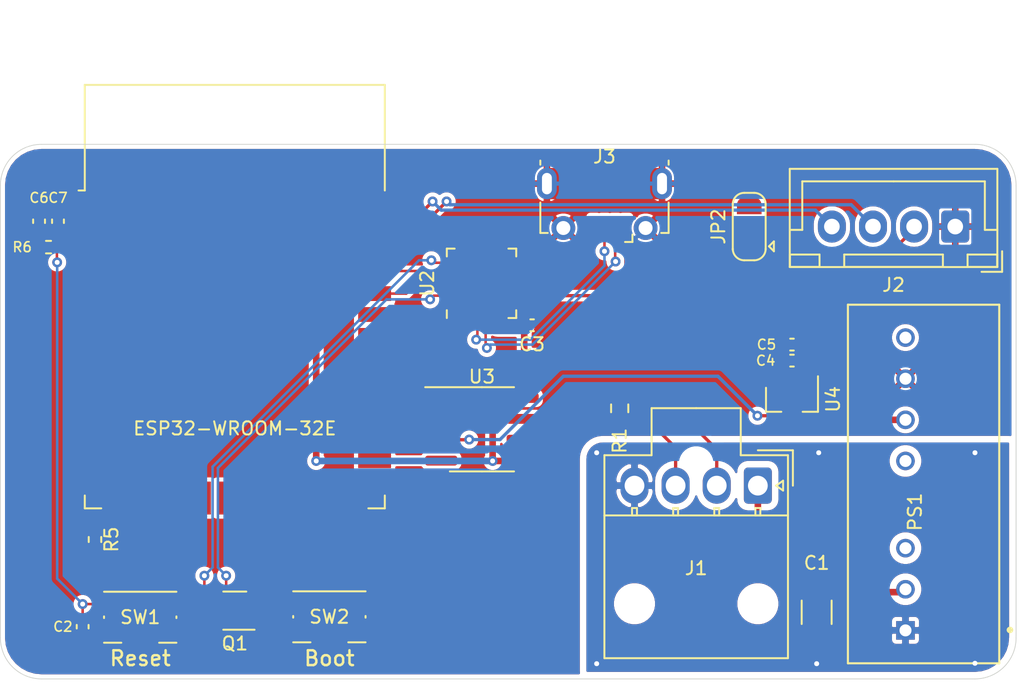
<source format=kicad_pcb>
(kicad_pcb (version 20171130) (host pcbnew "(5.1.9)-1")
  (title_block (rev 1))
  (layers (0 Front signal) (1 In1.Cu signal) (2 In2.Cu signal) (31 Back signal) (34 B.Paste user) (35 F.Paste user) (36 B.SilkS user) (37 F.SilkS user) (38 B.Mask user) (39 F.Mask user) (44 Edge.Cuts user))
  (net 0 "")
  (net 1 +48V)
  (net 2 GND)
  (net 3 +5V)
  (net 4 +3V3)
  (net 5 /CAN-)
  (net 6 /CAN+)
  (net 7 /~RST)
  (net 8 "Net-(J2-Pad2)")
  (net 9 /SDA_RX)
  (net 10 /SCL_TX)
  (net 11 /UART_TX)
  (net 12 /UART_RX)
  (net 13 /~GPIO12)
  (net 14 /~BOOT)
  (net 15 /CAN_TX)
  (net 16 /CAN_RX)
  (net 17 /DTR)
  (net 18 GNDPWR)
  (net 19 /USB_D+)
  (net 20 /VBUS)
  (net 21 /USB_D-)
  (net 22 /RTS)
  (module Capacitor_SMD:C_0402_1005Metric (layer Front) (at 116.75 72.175 270)
    (fp_text reference C7 (at -1.425 0 180) (layer F.SilkS) (effects (font (size 0.6 0.6) (thickness 0.1))))
    (fp_text value 1uF)
    (fp_line (start -0.107836 0.36) (end 0.107836 0.36) (layer F.SilkS) (width 0.12))
    (fp_line (start -0.107836 -0.36) (end 0.107836 -0.36) (layer F.SilkS) (width 0.12))
    (pad 2 smd roundrect (at 0.48 0 270) (size 0.56 0.62) (layers Front F.Paste F.Mask) (net 4 +3V3))
    (pad 1 smd roundrect (at -0.48 0 270) (size 0.56 0.62) (layers Front F.Paste F.Mask) (net 2 GND))
  )
  (module Capacitor_SMD:C_0402_1005Metric (layer Front) (at 115.6 72.175 270)
    (fp_text reference C6 (at -1.425 0 180) (layer F.SilkS) (effects (font (size 0.6 0.6) (thickness 0.1))))
    (fp_text value 10uF)
    (fp_line (start -0.107836 0.36) (end 0.107836 0.36) (layer F.SilkS) (width 0.12))
    (fp_line (start -0.107836 -0.36) (end 0.107836 -0.36) (layer F.SilkS) (width 0.12))
    (pad 2 smd roundrect (at 0.48 0 270) (size 0.56 0.62) (layers Front F.Paste F.Mask) (net 4 +3V3))
    (pad 1 smd roundrect (at -0.48 0 270) (size 0.56 0.62) (layers Front F.Paste F.Mask) (net 2 GND))
  )
  (module Resistor_SMD:R_0603_1608Metric (layer Front) (at 150.9 83.55 90)
    (fp_text reference R1 (at -1.975 0 90) (layer F.SilkS) (effects (font (size 0.8 0.8) (thickness 0.12))))
    (fp_text value 120R)
    (fp_line (start -0.237258 0.5225) (end 0.237258 0.5225) (layer F.SilkS) (width 0.12))
    (fp_line (start -0.237258 -0.5225) (end 0.237258 -0.5225) (layer F.SilkS) (width 0.12))
    (pad 2 smd roundrect (at 0.825 0 90) (size 0.8 0.95) (layers Front F.Paste F.Mask) (net 6 /CAN+))
    (pad 1 smd roundrect (at -0.825 0 90) (size 0.8 0.95) (layers Front F.Paste F.Mask) (net 5 /CAN-))
  )
  (module Capacitor_SMD:C_1206_3216Metric (layer Front) (at 162.875 95.95 90)
    (fp_text reference C1 (at 3 0 180) (layer F.SilkS) (effects (font (size 0.8 0.8) (thickness 0.12))))
    (fp_text value 1uF)
    (fp_line (start -0.711252 0.91) (end 0.711252 0.91) (layer F.SilkS) (width 0.12))
    (fp_line (start -0.711252 -0.91) (end 0.711252 -0.91) (layer F.SilkS) (width 0.12))
    (pad 2 smd roundrect (at 1.475 0 90) (size 1.15 1.8) (layers Front F.Paste F.Mask) (roundrect_rratio 0.217391) (net 1 +48V))
    (pad 1 smd roundrect (at -1.475 0 90) (size 1.15 1.8) (layers Front F.Paste F.Mask) (roundrect_rratio 0.217391) (net 18 GNDPWR))
  )
  (module Connector_JST:JST_XH_B4B-XH-A_1x04_P2.50mm_Vertical (layer Front) (at 171.3 72.5 180)
    (fp_text reference J2 (at 3.75 -3.55) (layer F.SilkS) (effects (font (size 0.8 0.8) (thickness 0.12))))
    (fp_text value Display)
    (fp_line (start -2.85 -2.75) (end -2.85 -1.5) (layer F.SilkS) (width 0.12))
    (fp_line (start -1.6 -2.75) (end -2.85 -2.75) (layer F.SilkS) (width 0.12))
    (fp_line (start 9.3 2.75) (end 3.75 2.75) (layer F.SilkS) (width 0.12))
    (fp_line (start 9.3 -0.2) (end 9.3 2.75) (layer F.SilkS) (width 0.12))
    (fp_line (start 10.05 -0.2) (end 9.3 -0.2) (layer F.SilkS) (width 0.12))
    (fp_line (start -1.8 2.75) (end 3.75 2.75) (layer F.SilkS) (width 0.12))
    (fp_line (start -1.8 -0.2) (end -1.8 2.75) (layer F.SilkS) (width 0.12))
    (fp_line (start -2.55 -0.2) (end -1.8 -0.2) (layer F.SilkS) (width 0.12))
    (fp_line (start 10.05 -2.45) (end 8.25 -2.45) (layer F.SilkS) (width 0.12))
    (fp_line (start 10.05 -1.7) (end 10.05 -2.45) (layer F.SilkS) (width 0.12))
    (fp_line (start 8.25 -1.7) (end 10.05 -1.7) (layer F.SilkS) (width 0.12))
    (fp_line (start 8.25 -2.45) (end 8.25 -1.7) (layer F.SilkS) (width 0.12))
    (fp_line (start -0.75 -2.45) (end -2.55 -2.45) (layer F.SilkS) (width 0.12))
    (fp_line (start -0.75 -1.7) (end -0.75 -2.45) (layer F.SilkS) (width 0.12))
    (fp_line (start -2.55 -1.7) (end -0.75 -1.7) (layer F.SilkS) (width 0.12))
    (fp_line (start -2.55 -2.45) (end -2.55 -1.7) (layer F.SilkS) (width 0.12))
    (fp_line (start 6.75 -2.45) (end 0.75 -2.45) (layer F.SilkS) (width 0.12))
    (fp_line (start 6.75 -1.7) (end 6.75 -2.45) (layer F.SilkS) (width 0.12))
    (fp_line (start 0.75 -1.7) (end 6.75 -1.7) (layer F.SilkS) (width 0.12))
    (fp_line (start 0.75 -2.45) (end 0.75 -1.7) (layer F.SilkS) (width 0.12))
    (fp_line (start 10.06 -2.46) (end -2.56 -2.46) (layer F.SilkS) (width 0.12))
    (fp_line (start 10.06 3.51) (end 10.06 -2.46) (layer F.SilkS) (width 0.12))
    (fp_line (start -2.56 3.51) (end 10.06 3.51) (layer F.SilkS) (width 0.12))
    (fp_line (start -2.56 -2.46) (end -2.56 3.51) (layer F.SilkS) (width 0.12))
    (pad 4 thru_hole oval (at 7.5 0 180) (size 1.7 1.95) (drill 0.95) (layers *.Cu *.Mask) (net 9 /SDA_RX))
    (pad 3 thru_hole oval (at 5 0 180) (size 1.7 1.95) (drill 0.95) (layers *.Cu *.Mask) (net 10 /SCL_TX))
    (pad 2 thru_hole oval (at 2.5 0 180) (size 1.7 1.95) (drill 0.95) (layers *.Cu *.Mask) (net 8 "Net-(J2-Pad2)"))
    (pad 1 thru_hole roundrect (at 0 0 180) (size 1.7 1.95) (drill 0.95) (layers *.Cu *.Mask) (roundrect_rratio 0.147059) (net 2 GND))
  )
  (module Capacitor_SMD:C_0402_1005Metric (layer Front) (at 161.375 79.675 180)
    (fp_text reference C5 (at 1.55 0) (layer F.SilkS) (effects (font (size 0.6 0.6) (thickness 0.1))))
    (fp_text value 1uF)
    (fp_line (start -0.107836 0.36) (end 0.107836 0.36) (layer F.SilkS) (width 0.12))
    (fp_line (start -0.107836 -0.36) (end 0.107836 -0.36) (layer F.SilkS) (width 0.12))
    (pad 2 smd roundrect (at 0.48 0 180) (size 0.56 0.62) (layers Front F.Paste F.Mask) (net 4 +3V3))
    (pad 1 smd roundrect (at -0.48 0 180) (size 0.56 0.62) (layers Front F.Paste F.Mask) (net 2 GND))
  )
  (module Capacitor_SMD:C_0402_1005Metric (layer Front) (at 161.375 80.65 180)
    (fp_text reference C4 (at 1.6 0) (layer F.SilkS) (effects (font (size 0.6 0.6) (thickness 0.1))))
    (fp_text value 10uF)
    (fp_line (start -0.107836 0.36) (end 0.107836 0.36) (layer F.SilkS) (width 0.12))
    (fp_line (start -0.107836 -0.36) (end 0.107836 -0.36) (layer F.SilkS) (width 0.12))
    (pad 2 smd roundrect (at 0.48 0 180) (size 0.56 0.62) (layers Front F.Paste F.Mask) (net 4 +3V3))
    (pad 1 smd roundrect (at -0.48 0 180) (size 0.56 0.62) (layers Front F.Paste F.Mask) (net 2 GND))
  )
  (module Capacitor_SMD:C_0402_1005Metric (layer Front) (at 145.575 78.5 180)
    (fp_text reference C3 (at 0 -1.16) (layer F.SilkS) (effects (font (size 0.8 0.8) (thickness 0.12))))
    (fp_text value 10uF)
    (fp_line (start -0.107836 0.36) (end 0.107836 0.36) (layer F.SilkS) (width 0.12))
    (fp_line (start -0.107836 -0.36) (end 0.107836 -0.36) (layer F.SilkS) (width 0.12))
    (pad 2 smd roundrect (at 0.48 0 180) (size 0.56 0.62) (layers Front F.Paste F.Mask) (net 4 +3V3))
    (pad 1 smd roundrect (at -0.48 0 180) (size 0.56 0.62) (layers Front F.Paste F.Mask) (net 2 GND))
  )
  (module Connector_USB:USB_Micro-B_Molex-105017-0001 (layer Front) (at 149.975 71.125 180)
    (fp_text reference J3 (at 0 2.875) (layer F.SilkS) (effects (font (size 0.8 0.8) (thickness 0.12))))
    (fp_text value USB_B_Micro)
    (fp_line (start -1.7 -2.3125) (end -1.7 -1.8625) (layer F.SilkS) (width 0.12))
    (fp_line (start -1.7 -2.3125) (end -1.25 -2.3125) (layer F.SilkS) (width 0.12))
    (fp_line (start 3.9 -1.7625) (end 3.45 -1.7625) (layer F.SilkS) (width 0.12))
    (fp_line (start 3.9 0.0875) (end 3.9 -1.7625) (layer F.SilkS) (width 0.12))
    (fp_line (start -3.9 2.6375) (end -3.9 2.3875) (layer F.SilkS) (width 0.12))
    (fp_line (start 3.9 2.6375) (end 3.9 2.3875) (layer F.SilkS) (width 0.12))
    (fp_line (start -3.9 0.0875) (end -3.9 -1.7625) (layer F.SilkS) (width 0.12))
    (fp_line (start -3.9 -1.7625) (end -3.45 -1.7625) (layer F.SilkS) (width 0.12))
    (pad 6 smd rect (at -2.9 1.2375 180) (size 1.2 1.9) (layers Front F.Mask) (net 2 GND))
    (pad 6 smd rect (at 2.9 1.2375 180) (size 1.2 1.9) (layers Front F.Mask) (net 2 GND))
    (pad 6 thru_hole oval (at 3.5 1.2375 180) (size 1.2 1.9) (drill oval 0.6 1.3) (layers *.Cu *.Mask) (net 2 GND))
    (pad 6 thru_hole oval (at -3.5 1.2375) (size 1.2 1.9) (drill oval 0.6 1.3) (layers *.Cu *.Mask) (net 2 GND))
    (pad 6 smd rect (at -1 1.2375 180) (size 1.5 1.9) (layers Front F.Paste F.Mask) (net 2 GND))
    (pad 6 thru_hole circle (at 2.5 -1.4625 180) (size 1.45 1.45) (drill 0.85) (layers *.Cu *.Mask) (net 2 GND))
    (pad 3 smd rect (at 0 -1.4625 180) (size 0.4 1.35) (layers Front F.Paste F.Mask) (net 19 /USB_D+))
    (pad 4 smd rect (at 0.65 -1.4625 180) (size 0.4 1.35) (layers Front F.Paste F.Mask))
    (pad 5 smd rect (at 1.3 -1.4625 180) (size 0.4 1.35) (layers Front F.Paste F.Mask) (net 2 GND))
    (pad 1 smd rect (at -1.3 -1.4625 180) (size 0.4 1.35) (layers Front F.Paste F.Mask) (net 20 /VBUS))
    (pad 2 smd rect (at -0.65 -1.4625 180) (size 0.4 1.35) (layers Front F.Paste F.Mask) (net 21 /USB_D-))
    (pad 6 thru_hole circle (at -2.5 -1.4625 180) (size 1.45 1.45) (drill 0.85) (layers *.Cu *.Mask) (net 2 GND))
    (pad 6 smd rect (at 1 1.2375 180) (size 1.5 1.9) (layers Front F.Paste F.Mask) (net 2 GND))
  )
  (module Package_DFN_QFN:QFN-24-1EP_4x4mm_P0.5mm_EP2.6x2.6mm (layer Front) (at 142.5 75.95 90)
    (fp_text reference U2 (at 0 -3.3 90) (layer F.SilkS) (effects (font (size 0.8 0.8) (thickness 0.12))))
    (fp_text value CP2104-F03-GMR)
    (fp_line (start -1.635 -2.11) (end -2.11 -2.11) (layer F.SilkS) (width 0.12))
    (fp_line (start 2.11 2.11) (end 2.11 1.635) (layer F.SilkS) (width 0.12))
    (fp_line (start 1.635 2.11) (end 2.11 2.11) (layer F.SilkS) (width 0.12))
    (fp_line (start -2.11 2.11) (end -2.11 1.635) (layer F.SilkS) (width 0.12))
    (fp_line (start -1.635 2.11) (end -2.11 2.11) (layer F.SilkS) (width 0.12))
    (fp_line (start 2.11 -2.11) (end 2.11 -1.635) (layer F.SilkS) (width 0.12))
    (fp_line (start 1.635 -2.11) (end 2.11 -2.11) (layer F.SilkS) (width 0.12))
    (pad 25 smd rect (at 0 0 90) (size 2.6 2.6) (layers Front F.Mask) (net 2 GND))
    (pad 24 smd roundrect (at -1.25 -1.9375 90) (size 0.25 0.825) (layers Front F.Paste F.Mask))
    (pad 23 smd roundrect (at -0.75 -1.9375 90) (size 0.25 0.825) (layers Front F.Paste F.Mask) (net 17 /DTR))
    (pad 22 smd roundrect (at -0.25 -1.9375 90) (size 0.25 0.825) (layers Front F.Paste F.Mask))
    (pad 21 smd roundrect (at 0.25 -1.9375 90) (size 0.25 0.825) (layers Front F.Paste F.Mask) (net 12 /UART_RX))
    (pad 20 smd roundrect (at 0.75 -1.9375 90) (size 0.25 0.825) (layers Front F.Paste F.Mask) (net 11 /UART_TX))
    (pad 19 smd roundrect (at 1.25 -1.9375 90) (size 0.25 0.825) (layers Front F.Paste F.Mask) (net 22 /RTS))
    (pad 18 smd roundrect (at 1.9375 -1.25 90) (size 0.825 0.25) (layers Front F.Paste F.Mask))
    (pad 17 smd roundrect (at 1.9375 -0.75 90) (size 0.825 0.25) (layers Front F.Paste F.Mask))
    (pad 16 smd roundrect (at 1.9375 -0.25 90) (size 0.825 0.25) (layers Front F.Paste F.Mask))
    (pad 15 smd roundrect (at 1.9375 0.25 90) (size 0.825 0.25) (layers Front F.Paste F.Mask))
    (pad 14 smd roundrect (at 1.9375 0.75 90) (size 0.825 0.25) (layers Front F.Paste F.Mask))
    (pad 13 smd roundrect (at 1.9375 1.25 90) (size 0.825 0.25) (layers Front F.Paste F.Mask))
    (pad 12 smd roundrect (at 1.25 1.9375 90) (size 0.25 0.825) (layers Front F.Paste F.Mask))
    (pad 11 smd roundrect (at 0.75 1.9375 90) (size 0.25 0.825) (layers Front F.Paste F.Mask))
    (pad 10 smd roundrect (at 0.25 1.9375 90) (size 0.25 0.825) (layers Front F.Paste F.Mask))
    (pad 9 smd roundrect (at -0.25 1.9375 90) (size 0.25 0.825) (layers Front F.Paste F.Mask))
    (pad 8 smd roundrect (at -0.75 1.9375 90) (size 0.25 0.825) (layers Front F.Paste F.Mask) (net 20 /VBUS))
    (pad 7 smd roundrect (at -1.25 1.9375 90) (size 0.25 0.825) (layers Front F.Paste F.Mask) (net 4 +3V3))
    (pad 6 smd roundrect (at -1.9375 1.25 90) (size 0.825 0.25) (layers Front F.Paste F.Mask) (net 4 +3V3))
    (pad 5 smd roundrect (at -1.9375 0.75 90) (size 0.825 0.25) (layers Front F.Paste F.Mask) (net 4 +3V3))
    (pad 4 smd roundrect (at -1.9375 0.25 90) (size 0.825 0.25) (layers Front F.Paste F.Mask) (net 21 /USB_D-))
    (pad 3 smd roundrect (at -1.9375 -0.25 90) (size 0.825 0.25) (layers Front F.Paste F.Mask) (net 19 /USB_D+))
    (pad 2 smd roundrect (at -1.9375 -0.75 90) (size 0.825 0.25) (layers Front F.Paste F.Mask) (net 2 GND))
    (pad 1 smd roundrect (at -1.9375 -1.25 90) (size 0.825 0.25) (layers Front F.Paste F.Mask))
  )
  (module Capacitor_SMD:C_0402_1005Metric (layer Front) (at 118.25 96.825 270)
    (fp_text reference C2 (at 0 1.2 180) (layer F.SilkS) (effects (font (size 0.6 0.6) (thickness 0.1))))
    (fp_text value 1uF)
    (fp_line (start -0.107836 0.36) (end 0.107836 0.36) (layer F.SilkS) (width 0.12))
    (fp_line (start -0.107836 -0.36) (end 0.107836 -0.36) (layer F.SilkS) (width 0.12))
    (pad 2 smd roundrect (at 0.48 0 270) (size 0.56 0.62) (layers Front F.Paste F.Mask) (net 2 GND))
    (pad 1 smd roundrect (at -0.48 0 270) (size 0.56 0.62) (layers Front F.Paste F.Mask) (net 7 /~RST))
  )
  (module Package_TO_SOT_SMD:SOT-363_SC-70-6 (layer Front) (at 127.5 95.85 180)
    (fp_text reference Q1 (at 0 -2) (layer F.SilkS) (effects (font (size 0.8 0.8) (thickness 0.12))))
    (fp_text value UMH3N)
    (fp_line (start -0.7 1.16) (end 0.7 1.16) (layer F.SilkS) (width 0.12))
    (fp_line (start 0.7 -1.16) (end -1.2 -1.16) (layer F.SilkS) (width 0.12))
    (pad 6 smd rect (at 0.95 -0.65 180) (size 0.65 0.4) (layers Front F.Paste F.Mask) (net 7 /~RST))
    (pad 4 smd rect (at 0.95 0.65 180) (size 0.65 0.4) (layers Front F.Paste F.Mask) (net 17 /DTR))
    (pad 2 smd rect (at -0.95 0 180) (size 0.65 0.4) (layers Front F.Paste F.Mask) (net 17 /DTR))
    (pad 5 smd rect (at 0.95 0 180) (size 0.65 0.4) (layers Front F.Paste F.Mask) (net 22 /RTS))
    (pad 3 smd rect (at -0.95 0.65 180) (size 0.65 0.4) (layers Front F.Paste F.Mask) (net 14 /~BOOT))
    (pad 1 smd rect (at -0.95 -0.65 180) (size 0.65 0.4) (layers Front F.Paste F.Mask) (net 22 /RTS))
  )
  (module SnapEDA-zip:CONV_SPBW06F-12 (layer Front) (at 169.375 88.15 90)
    (fp_text reference PS1 (at -1.7 -0.525 90) (layer F.SilkS) (effects (font (size 0.8 0.8) (thickness 0.12))))
    (fp_text value SPBW06G-05)
    (fp_line (start 10.9 4.6) (end -10.9 4.6) (layer F.SilkS) (width 0.127))
    (fp_line (start 10.9 -4.6) (end 10.9 4.6) (layer F.SilkS) (width 0.127))
    (fp_line (start -10.9 -4.6) (end 10.9 -4.6) (layer F.SilkS) (width 0.127))
    (fp_line (start -10.9 4.6) (end -10.9 -4.6) (layer F.SilkS) (width 0.127))
    (fp_circle (center -8.875 5.25) (end -8.775 5.25) (layer F.SilkS) (width 0.2))
    (pad 7 thru_hole circle (at 6.4 -1.1 90) (size 1.13 1.13) (drill 0.73) (layers *.Cu *.Mask) (net 2 GND))
    (pad 6 thru_hole circle (at 3.9 -1.1 90) (size 1.13 1.13) (drill 0.73) (layers *.Cu *.Mask) (net 3 +5V))
    (pad 5 thru_hole circle (at 1.4 -1.1 90) (size 1.13 1.13) (drill 0.73) (layers *.Cu *.Mask))
    (pad 8 thru_hole circle (at 8.9 -1.1 90) (size 1.13 1.13) (drill 0.73) (layers *.Cu *.Mask))
    (pad 3 thru_hole circle (at -3.9 -1.1 90) (size 1.13 1.13) (drill 0.73) (layers *.Cu *.Mask))
    (pad 2 thru_hole circle (at -6.4 -1.1 90) (size 1.13 1.13) (drill 0.73) (layers *.Cu *.Mask) (net 1 +48V))
    (pad 1 thru_hole rect (at -8.9 -1.1 90) (size 1.13 1.13) (drill 0.73) (layers *.Cu *.Mask) (net 18 GNDPWR))
  )
  (module Package_TO_SOT_SMD:SOT-23 (layer Front) (at 161.375 83 270)
    (fp_text reference U4 (at 0 -2.5 90) (layer F.SilkS) (effects (font (size 0.8 0.8) (thickness 0.12))))
    (fp_text value XC6206P332MR)
    (fp_line (start 0.76 1.58) (end 0.76 0.65) (layer F.SilkS) (width 0.12))
    (fp_line (start 0.76 -1.58) (end 0.76 -0.65) (layer F.SilkS) (width 0.12))
    (fp_line (start 0.76 -1.58) (end -1.4 -1.58) (layer F.SilkS) (width 0.12))
    (fp_line (start 0.76 1.58) (end -0.7 1.58) (layer F.SilkS) (width 0.12))
    (pad 3 smd rect (at 1 0 270) (size 0.9 0.8) (layers Front F.Paste F.Mask) (net 3 +5V))
    (pad 2 smd rect (at -1 0.95 270) (size 0.9 0.8) (layers Front F.Paste F.Mask) (net 4 +3V3))
    (pad 1 smd rect (at -1 -0.95 270) (size 0.9 0.8) (layers Front F.Paste F.Mask) (net 2 GND))
  )
  (module RF_Module:ESP32-WROOM-32 (layer Front) (at 127.5 79.75)
    (fp_text reference U1 hide)
    (fp_text value ESP32-WROOM-32E (at 0 5.025) (layer F.SilkS) (effects (font (size 0.8 0.8) (thickness 0.12))))
    (fp_line (start -9.12 -9.445) (end -9.5 -9.445) (layer F.SilkS) (width 0.12))
    (fp_line (start -9.12 -15.865) (end -9.12 -9.445) (layer F.SilkS) (width 0.12))
    (fp_line (start 9.12 -15.865) (end 9.12 -9.445) (layer F.SilkS) (width 0.12))
    (fp_line (start -9.12 -15.865) (end 9.12 -15.865) (layer F.SilkS) (width 0.12))
    (fp_line (start 9.12 9.88) (end 8.12 9.88) (layer F.SilkS) (width 0.12))
    (fp_line (start 9.12 9.1) (end 9.12 9.88) (layer F.SilkS) (width 0.12))
    (fp_line (start -9.12 9.88) (end -8.12 9.88) (layer F.SilkS) (width 0.12))
    (fp_line (start -9.12 9.1) (end -9.12 9.88) (layer F.SilkS) (width 0.12))
    (pad 38 smd rect (at 8.5 -8.255) (size 2 0.9) (layers Front F.Paste F.Mask) (net 2 GND))
    (pad 37 smd rect (at 8.5 -6.985) (size 2 0.9) (layers Front F.Paste F.Mask) (net 9 /SDA_RX))
    (pad 36 smd rect (at 8.5 -5.715) (size 2 0.9) (layers Front F.Paste F.Mask) (net 10 /SCL_TX))
    (pad 35 smd rect (at 8.5 -4.445) (size 2 0.9) (layers Front F.Paste F.Mask) (net 11 /UART_TX))
    (pad 34 smd rect (at 8.5 -3.175) (size 2 0.9) (layers Front F.Paste F.Mask) (net 12 /UART_RX))
    (pad 33 smd rect (at 8.5 -1.905) (size 2 0.9) (layers Front F.Paste F.Mask))
    (pad 32 smd rect (at 8.5 -0.635) (size 2 0.9) (layers Front F.Paste F.Mask))
    (pad 31 smd rect (at 8.5 0.635) (size 2 0.9) (layers Front F.Paste F.Mask))
    (pad 30 smd rect (at 8.5 1.905) (size 2 0.9) (layers Front F.Paste F.Mask))
    (pad 29 smd rect (at 8.5 3.175) (size 2 0.9) (layers Front F.Paste F.Mask) (net 15 /CAN_TX))
    (pad 28 smd rect (at 8.5 4.445) (size 2 0.9) (layers Front F.Paste F.Mask))
    (pad 27 smd rect (at 8.5 5.715) (size 2 0.9) (layers Front F.Paste F.Mask))
    (pad 26 smd rect (at 8.5 6.985) (size 2 0.9) (layers Front F.Paste F.Mask) (net 16 /CAN_RX))
    (pad 25 smd rect (at 8.5 8.255) (size 2 0.9) (layers Front F.Paste F.Mask) (net 14 /~BOOT))
    (pad 24 smd rect (at 5.715 9.255 90) (size 2 0.9) (layers Front F.Paste F.Mask))
    (pad 23 smd rect (at 4.445 9.255 90) (size 2 0.9) (layers Front F.Paste F.Mask))
    (pad 22 smd rect (at 3.175 9.255 90) (size 2 0.9) (layers Front F.Paste F.Mask))
    (pad 21 smd rect (at 1.905 9.255 90) (size 2 0.9) (layers Front F.Paste F.Mask))
    (pad 20 smd rect (at 0.635 9.255 90) (size 2 0.9) (layers Front F.Paste F.Mask))
    (pad 19 smd rect (at -0.635 9.255 90) (size 2 0.9) (layers Front F.Paste F.Mask))
    (pad 18 smd rect (at -1.905 9.255 90) (size 2 0.9) (layers Front F.Paste F.Mask))
    (pad 17 smd rect (at -3.175 9.255 90) (size 2 0.9) (layers Front F.Paste F.Mask))
    (pad 16 smd rect (at -4.445 9.255 90) (size 2 0.9) (layers Front F.Paste F.Mask))
    (pad 15 smd rect (at -5.715 9.255 90) (size 2 0.9) (layers Front F.Paste F.Mask) (net 2 GND))
    (pad 14 smd rect (at -8.5 8.255) (size 2 0.9) (layers Front F.Paste F.Mask) (net 13 /~GPIO12))
    (pad 13 smd rect (at -8.5 6.985) (size 2 0.9) (layers Front F.Paste F.Mask))
    (pad 12 smd rect (at -8.5 5.715) (size 2 0.9) (layers Front F.Paste F.Mask))
    (pad 11 smd rect (at -8.5 4.445) (size 2 0.9) (layers Front F.Paste F.Mask))
    (pad 10 smd rect (at -8.5 3.175) (size 2 0.9) (layers Front F.Paste F.Mask))
    (pad 9 smd rect (at -8.5 1.905) (size 2 0.9) (layers Front F.Paste F.Mask))
    (pad 8 smd rect (at -8.5 0.635) (size 2 0.9) (layers Front F.Paste F.Mask))
    (pad 7 smd rect (at -8.5 -0.635) (size 2 0.9) (layers Front F.Paste F.Mask))
    (pad 6 smd rect (at -8.5 -1.905) (size 2 0.9) (layers Front F.Paste F.Mask))
    (pad 5 smd rect (at -8.5 -3.175) (size 2 0.9) (layers Front F.Paste F.Mask))
    (pad 4 smd rect (at -8.5 -4.445) (size 2 0.9) (layers Front F.Paste F.Mask))
    (pad 3 smd rect (at -8.5 -5.715) (size 2 0.9) (layers Front F.Paste F.Mask) (net 7 /~RST))
    (pad 2 smd rect (at -8.5 -6.985) (size 2 0.9) (layers Front F.Paste F.Mask) (net 4 +3V3))
    (pad 1 smd rect (at -8.5 -8.255) (size 2 0.9) (layers Front F.Paste F.Mask) (net 2 GND))
    (pad 39 smd rect (at -1 -0.755) (size 5 5) (layers Front F.Paste F.Mask) (net 2 GND))
  )
  (module Package_SO:SOIC-8_3.9x4.9mm_P1.27mm (layer Front) (at 142.525 84.825)
    (fp_text reference U3 (at 0 -3.2) (layer F.SilkS) (effects (font (size 0.8 0.8) (thickness 0.12))))
    (fp_text value TJA1051T/3/1J)
    (fp_line (start 0 -2.56) (end -3.45 -2.56) (layer F.SilkS) (width 0.12))
    (fp_line (start 0 -2.56) (end 1.95 -2.56) (layer F.SilkS) (width 0.12))
    (fp_line (start 0 2.56) (end -1.95 2.56) (layer F.SilkS) (width 0.12))
    (fp_line (start 0 2.56) (end 1.95 2.56) (layer F.SilkS) (width 0.12))
    (pad 8 smd roundrect (at 2.475 -1.905) (size 1.95 0.6) (layers Front F.Paste F.Mask))
    (pad 7 smd roundrect (at 2.475 -0.635) (size 1.95 0.6) (layers Front F.Paste F.Mask) (net 6 /CAN+))
    (pad 6 smd roundrect (at 2.475 0.635) (size 1.95 0.6) (layers Front F.Paste F.Mask) (net 5 /CAN-))
    (pad 5 smd roundrect (at 2.475 1.905) (size 1.95 0.6) (layers Front F.Paste F.Mask) (net 4 +3V3))
    (pad 4 smd roundrect (at -2.475 1.905) (size 1.95 0.6) (layers Front F.Paste F.Mask) (net 16 /CAN_RX))
    (pad 3 smd roundrect (at -2.475 0.635) (size 1.95 0.6) (layers Front F.Paste F.Mask) (net 3 +5V))
    (pad 2 smd roundrect (at -2.475 -0.635) (size 1.95 0.6) (layers Front F.Paste F.Mask) (net 2 GND))
    (pad 1 smd roundrect (at -2.475 -1.905) (size 1.95 0.6) (layers Front F.Paste F.Mask) (net 15 /CAN_TX))
  )
  (module Resistor_SMD:R_0402_1005Metric (layer Front) (at 116.175 73.75 180)
    (fp_text reference R6 (at 1.6 0) (layer F.SilkS) (effects (font (size 0.6 0.6) (thickness 0.1))))
    (fp_text value 10K)
    (fp_line (start -0.153641 -0.38) (end 0.153641 -0.38) (layer F.SilkS) (width 0.12))
    (fp_line (start -0.153641 0.38) (end 0.153641 0.38) (layer F.SilkS) (width 0.12))
    (pad 2 smd roundrect (at 0.51 0 180) (size 0.54 0.64) (layers Front F.Paste F.Mask) (net 4 +3V3))
    (pad 1 smd roundrect (at -0.51 0 180) (size 0.54 0.64) (layers Front F.Paste F.Mask) (net 7 /~RST))
  )
  (module Jumper:SolderJumper-3_P1.3mm_Bridged2Bar12_RoundedPad1.0x1.5mm (layer Front) (at 158.775 72.5 90)
    (fp_text reference JP2 (at 0 -1.875 90) (layer F.SilkS) (effects (font (size 0.8 0.8) (thickness 0.12))))
    (fp_text value VDISP_SEL)
    (fp_poly (pts (xy -0.9 0.2) (xy -0.4 0.2) (xy -0.4 0.6) (xy -0.9 0.6)) (layer Front) (width 0))
    (fp_poly (pts (xy -0.9 -0.6) (xy -0.4 -0.6) (xy -0.4 -0.2) (xy -0.9 -0.2)) (layer Front) (width 0))
    (fp_line (start -1.4 -1) (end 1.4 -1) (layer F.SilkS) (width 0.12))
    (fp_line (start 2.05 -0.3) (end 2.05 0.3) (layer F.SilkS) (width 0.12))
    (fp_line (start 1.4 1) (end -1.4 1) (layer F.SilkS) (width 0.12))
    (fp_line (start -2.05 0.3) (end -2.05 -0.3) (layer F.SilkS) (width 0.12))
    (fp_line (start -1.2 1.2) (end -1.5 1.5) (layer F.SilkS) (width 0.12))
    (fp_line (start -1.5 1.5) (end -0.9 1.5) (layer F.SilkS) (width 0.12))
    (fp_line (start -1.2 1.2) (end -0.9 1.5) (layer F.SilkS) (width 0.12))
    (fp_arc (start -1.35 -0.3) (end -1.35 -1) (angle -90) (layer F.SilkS) (width 0.12))
    (fp_arc (start -1.35 0.3) (end -2.05 0.3) (angle -90) (layer F.SilkS) (width 0.12))
    (fp_arc (start 1.35 0.3) (end 1.35 1) (angle -90) (layer F.SilkS) (width 0.12))
    (fp_arc (start 1.35 -0.3) (end 2.05 -0.3) (angle -90) (layer F.SilkS) (width 0.12))
    (pad 1 smd custom (at -1.3 0 90) (size 1 0.5) (layers Front F.Mask) (net 4 +3V3) (options (clearance outline) (anchor rect)) (primitives (gr_circle (center 0 0.25) (end 0.5 0.25) (width 0)) (gr_circle (center 0 -0.25) (end 0.5 -0.25) (width 0)) (gr_poly (pts (xy 0.55 -0.75) (xy 0 -0.75) (xy 0 0.75) (xy 0.55 0.75)) (width 0))))
    (pad 2 smd rect (at 0 0 90) (size 1 1.5) (layers Front F.Mask) (net 8 "Net-(J2-Pad2)"))
    (pad 3 smd custom (at 1.3 0 90) (size 1 0.5) (layers Front F.Mask) (net 3 +5V) (options (clearance outline) (anchor rect)) (primitives (gr_circle (center 0 0.25) (end 0.5 0.25) (width 0)) (gr_circle (center 0 -0.25) (end 0.5 -0.25) (width 0)) (gr_poly (pts (xy -0.55 -0.75) (xy 0 -0.75) (xy 0 0.75) (xy -0.55 0.75)) (width 0))))
  )
  (module "1 My Footprints:SW_Push_1P1T-SH_NO_CK_KMR2xxG_3D" (layer Front) (at 133.25 96.225 180)
    (fp_text reference SW2 (at 0 0) (layer F.SilkS) (effects (font (size 0.8 0.8) (thickness 0.12))))
    (fp_text value Boot (at 0 -2.525 180) (layer F.SilkS) (effects (font (size 0.9 0.9))))
    (fp_line (start -1.15 -1.55) (end -2.2 -1.55) (layer F.SilkS) (width 0.12))
    (fp_line (start 2.2 0.05) (end 2.2 -0.05) (layer F.SilkS) (width 0.12))
    (fp_line (start -2.2 1.55) (end 2.2 1.55) (layer F.SilkS) (width 0.12))
    (fp_line (start 2.2 -1.55) (end 1.15 -1.55) (layer F.SilkS) (width 0.12))
    (fp_line (start -2.2 0.05) (end -2.2 -0.05) (layer F.SilkS) (width 0.12))
    (pad SH smd rect (at 0 -1.425 180) (size 1.7 0.55) (layers Front F.Paste F.Mask))
    (pad 1 smd rect (at -2.05 -0.8 180) (size 0.9 1) (layers Front F.Paste F.Mask) (net 2 GND))
    (pad 2 smd rect (at -2.05 0.8 180) (size 0.9 1) (layers Front F.Paste F.Mask) (net 14 /~BOOT))
    (pad 1 smd rect (at 2.05 -0.8 180) (size 0.9 1) (layers Front F.Paste F.Mask) (net 2 GND))
    (pad 2 smd rect (at 2.05 0.8 180) (size 0.9 1) (layers Front F.Paste F.Mask) (net 14 /~BOOT))
  )
  (module "1 My Footprints:SW_Push_1P1T-SH_NO_CK_KMR2xxG_3D" (layer Front) (at 121.75 96.25 180)
    (fp_text reference SW1 (at 0 0) (layer F.SilkS) (effects (font (size 0.8 0.8) (thickness 0.12))))
    (fp_text value Reset (at 0 -2.5) (layer F.SilkS) (effects (font (size 0.9 0.9))))
    (fp_line (start -1.15 -1.55) (end -2.2 -1.55) (layer F.SilkS) (width 0.12))
    (fp_line (start 2.2 0.05) (end 2.2 -0.05) (layer F.SilkS) (width 0.12))
    (fp_line (start -2.2 1.55) (end 2.2 1.55) (layer F.SilkS) (width 0.12))
    (fp_line (start 2.2 -1.55) (end 1.15 -1.55) (layer F.SilkS) (width 0.12))
    (fp_line (start -2.2 0.05) (end -2.2 -0.05) (layer F.SilkS) (width 0.12))
    (pad SH smd rect (at 0 -1.425 180) (size 1.7 0.55) (layers Front F.Paste F.Mask))
    (pad 1 smd rect (at -2.05 -0.8 180) (size 0.9 1) (layers Front F.Paste F.Mask) (net 2 GND))
    (pad 2 smd rect (at -2.05 0.8 180) (size 0.9 1) (layers Front F.Paste F.Mask) (net 7 /~RST))
    (pad 1 smd rect (at 2.05 -0.8 180) (size 0.9 1) (layers Front F.Paste F.Mask) (net 2 GND))
    (pad 2 smd rect (at 2.05 0.8 180) (size 0.9 1) (layers Front F.Paste F.Mask) (net 7 /~RST))
  )
  (module Resistor_SMD:R_0402_1005Metric (layer Front) (at 119 91.525 90)
    (fp_text reference R5 (at 0 1 90) (layer F.SilkS) (effects (font (size 0.8 0.8) (thickness 0.12))))
    (fp_text value 10K)
    (fp_line (start -0.153641 0.38) (end 0.153641 0.38) (layer F.SilkS) (width 0.12))
    (fp_line (start -0.153641 -0.38) (end 0.153641 -0.38) (layer F.SilkS) (width 0.12))
    (pad 2 smd roundrect (at 0.51 0 90) (size 0.54 0.64) (layers Front F.Paste F.Mask) (net 13 /~GPIO12))
    (pad 1 smd roundrect (at -0.51 0 90) (size 0.54 0.64) (layers Front F.Paste F.Mask) (net 2 GND))
  )
  (module "1 My Footprints:Molex_Nano-Fit_105309-xx04_1x04_P2.50mm_Vertical_Horizontal_Combined" (layer Front) (at 159.3 88.25 270)
    (fp_text reference J1 (at 5.025 3.75 180) (layer F.SilkS) (effects (font (size 0.8 0.8) (thickness 0.12))))
    (fp_text value "PSU CAN")
    (fp_line (start 1.81 2.35) (end 1.36 2.35) (layer F.SilkS) (width 0.12))
    (fp_line (start 1.81 -1.83) (end 1.81 9.33) (layer F.SilkS) (width 0.12))
    (fp_line (start 1.36 2.35) (end 1.36 2.65) (layer F.SilkS) (width 0.12))
    (fp_line (start 1.36 7.35) (end 1.36 7.65) (layer F.SilkS) (width 0.12))
    (fp_line (start 1.36 2.65) (end 1.81 2.65) (layer F.SilkS) (width 0.12))
    (fp_line (start 0 -1.11) (end 0.3 -1.534264) (layer F.SilkS) (width 0.12))
    (fp_line (start 1.81 0.15) (end 1.81 -0.15) (layer F.SilkS) (width 0.12))
    (fp_line (start 10.49 -1.83) (end 1.81 -1.83) (layer F.SilkS) (width 0.12))
    (fp_line (start 1.36 7.65) (end 1.81 7.65) (layer F.SilkS) (width 0.12))
    (fp_line (start 0.3 -1.534264) (end -0.3 -1.534264) (layer F.SilkS) (width 0.12))
    (fp_line (start 1.81 7.65) (end 1.81 7.35) (layer F.SilkS) (width 0.12))
    (fp_line (start 1.81 5.15) (end 1.81 4.85) (layer F.SilkS) (width 0.12))
    (fp_line (start 1.36 5.15) (end 1.81 5.15) (layer F.SilkS) (width 0.12))
    (fp_line (start 1.36 -0.15) (end 1.36 0.15) (layer F.SilkS) (width 0.12))
    (fp_line (start 1.81 -0.15) (end 1.36 -0.15) (layer F.SilkS) (width 0.12))
    (fp_line (start 1.81 4.85) (end 1.36 4.85) (layer F.SilkS) (width 0.12))
    (fp_line (start 1.36 4.85) (end 1.36 5.15) (layer F.SilkS) (width 0.12))
    (fp_line (start 1.81 9.33) (end 10.49 9.33) (layer F.SilkS) (width 0.12))
    (fp_line (start -0.3 -1.534264) (end 0 -1.11) (layer F.SilkS) (width 0.12))
    (fp_line (start 10.49 9.33) (end 10.49 -1.83) (layer F.SilkS) (width 0.12))
    (fp_line (start 1.36 0.15) (end 1.81 0.15) (layer F.SilkS) (width 0.12))
    (fp_line (start 1.81 2.65) (end 1.81 2.35) (layer F.SilkS) (width 0.12))
    (fp_line (start 1.81 7.35) (end 1.36 7.35) (layer F.SilkS) (width 0.12))
    (fp_line (start -2.15 -2.13) (end -2.15 0) (layer F.SilkS) (width 0.12))
    (fp_line (start 0 -2.13) (end -2.15 -2.13) (layer F.SilkS) (width 0.12))
    (fp_line (start -4.71 6.46) (end -4.71 3.75) (layer F.SilkS) (width 0.12))
    (fp_line (start -1.85 6.46) (end -4.71 6.46) (layer F.SilkS) (width 0.12))
    (fp_line (start -1.85 9.33) (end -1.85 6.46) (layer F.SilkS) (width 0.12))
    (fp_line (start 1.85 9.33) (end -1.85 9.33) (layer F.SilkS) (width 0.12))
    (fp_line (start -4.71 1.04) (end -4.71 3.75) (layer F.SilkS) (width 0.12))
    (fp_line (start -1.85 1.04) (end -4.71 1.04) (layer F.SilkS) (width 0.12))
    (fp_line (start -1.85 -1.83) (end -1.85 1.04) (layer F.SilkS) (width 0.12))
    (fp_line (start 1.85 -1.83) (end -1.85 -1.83) (layer F.SilkS) (width 0.12))
    (pad "" np_thru_hole circle (at 7.18 7.5 270) (size 1.7 1.7) (drill 1.7) (layers *.Cu *.Mask))
    (pad "" np_thru_hole circle (at 7.18 0 270) (size 1.7 1.7) (drill 1.7) (layers *.Cu *.Mask))
    (pad "" np_thru_hole circle (at -1.34 3.75 270) (size 1.3 1.3) (drill 1.3) (layers *.Cu *.Mask))
    (pad 4 thru_hole oval (at 0 7.5 270) (size 2.2 1.7) (drill 1.2) (layers *.Cu *.Mask) (net 18 GNDPWR))
    (pad 3 thru_hole oval (at 0 5 270) (size 2.2 1.7) (drill 1.2) (layers *.Cu *.Mask) (net 5 /CAN-))
    (pad 2 thru_hole oval (at 0 2.5 270) (size 2.2 1.7) (drill 1.2) (layers *.Cu *.Mask) (net 6 /CAN+))
    (pad 1 thru_hole roundrect (at 0 0 270) (size 2.2 1.7) (drill 1.2) (layers *.Cu *.Mask) (roundrect_rratio 0.147059) (net 1 +48V))
  )
  (gr_arc (start 115.75 70) (end 115.75 67.5) (angle -90) (layer Edge.Cuts) (width 0.05))
  (gr_arc (start 115.75 97.5) (end 113.25 97.5) (angle -90) (layer Edge.Cuts) (width 0.05))
  (gr_arc (start 172.5 97.5) (end 172.5 100) (angle -90) (layer Edge.Cuts) (width 0.05))
  (gr_arc (start 172.5 70) (end 175 70) (angle -90) (layer Edge.Cuts) (width 0.05))
  (gr_line (start 113.25 97.5) (end 113.25 70) (layer Edge.Cuts) (width 0.05))
  (gr_line (start 172.5 100) (end 115.75 100) (layer Edge.Cuts) (width 0.05))
  (gr_line (start 175 70) (end 175 97.5) (layer Edge.Cuts) (width 0.05))
  (gr_line (start 115.75 67.5) (end 172.5 67.5) (layer Edge.Cuts) (width 0.05))
  (segment (start 162.875 94.475) (end 161.15 94.475) (width 0.4) (layer Front) (net 1))
  (segment (start 159.3 92.625) (end 159.3 88.7) (width 0.4) (layer Front) (net 1))
  (segment (start 161.15 94.475) (end 159.3 92.625) (width 0.4) (layer Front) (net 1))
  (segment (start 162.875 94.475) (end 166.025 94.475) (width 0.4) (layer Front) (net 1))
  (segment (start 166.275 94.725) (end 168.15 94.725) (width 0.4) (layer Front) (net 1))
  (segment (start 166.025 94.475) (end 166.275 94.725) (width 0.4) (layer Front) (net 1))
  (segment (start 161.375 84) (end 164.55 84) (width 0.4) (layer Front) (net 3))
  (segment (start 164.55 84) (end 164.8 84.25) (width 0.4) (layer Front) (net 3))
  (segment (start 168.275 84.25) (end 164.8 84.25) (width 0.4) (layer Front) (net 3))
  (via (at 141.75 85.45) (size 0.6) (drill 0.3) (layers Front Back) (net 3))
  (segment (start 141.74 85.46) (end 141.75 85.45) (width 0.2) (layer Front) (net 3))
  (segment (start 140.05 85.46) (end 141.74 85.46) (width 0.2) (layer Front) (net 3))
  (segment (start 141.75 85.45) (end 143.625 85.45) (width 0.2) (layer Back) (net 3))
  (segment (start 143.625 85.45) (end 147.475 81.6) (width 0.2) (layer Back) (net 3))
  (via (at 159.275 84) (size 0.6) (drill 0.3) (layers Front Back) (net 3))
  (segment (start 156.875 81.6) (end 159.275 84) (width 0.2) (layer Back) (net 3))
  (segment (start 147.475 81.6) (end 156.875 81.6) (width 0.2) (layer Back) (net 3))
  (segment (start 159.275 84) (end 161.375 84) (width 0.2) (layer Front) (net 3))
  (segment (start 115.6 72.655) (end 116.75 72.655) (width 0.4) (layer Front) (net 4))
  (segment (start 118.89 72.655) (end 119 72.765) (width 0.4) (layer Front) (net 4))
  (segment (start 116.75 72.655) (end 118.89 72.655) (width 0.4) (layer Front) (net 4))
  (segment (start 115.6 73.685) (end 115.665 73.75) (width 0.154) (layer Front) (net 4))
  (segment (start 115.6 72.655) (end 115.6 73.685) (width 0.154) (layer Front) (net 4))
  (segment (start 160.895 79.675) (end 160.895 80.65) (width 0.4) (layer Front) (net 4))
  (segment (start 160.895 81.53) (end 160.425 82) (width 0.4) (layer Front) (net 4))
  (segment (start 160.895 80.65) (end 160.895 81.53) (width 0.4) (layer Front) (net 4))
  (segment (start 158.775 74.825) (end 158.775 73.8) (width 0.2) (layer Front) (net 4))
  (segment (start 160.895 76.945) (end 158.775 74.825) (width 0.2) (layer Front) (net 4))
  (segment (start 160.895 79.675) (end 160.895 76.945) (width 0.2) (layer Front) (net 4))
  (segment (start 119 72.765) (end 128.115 72.765) (width 0.4) (layer Front) (net 4))
  (via (at 132.45 86.75) (size 0.6) (drill 0.3) (layers Front Back) (net 4))
  (segment (start 132.45 77.1) (end 132.45 86.75) (width 0.4) (layer Front) (net 4))
  (segment (start 128.115 72.765) (end 132.45 77.1) (width 0.4) (layer Front) (net 4))
  (via (at 143.175 86.75) (size 0.6) (drill 0.3) (layers Front Back) (net 4))
  (segment (start 132.45 86.75) (end 143.175 86.75) (width 0.4) (layer Back) (net 4))
  (segment (start 144.98 86.75) (end 145 86.73) (width 0.4) (layer Front) (net 4))
  (segment (start 143.175 86.75) (end 144.98 86.75) (width 0.4) (layer Front) (net 4))
  (segment (start 158.75 80.325) (end 145.1 80.325) (width 0.4) (layer Front) (net 4))
  (segment (start 160.425 82) (end 158.75 80.325) (width 0.4) (layer Front) (net 4))
  (segment (start 145.095 80.32) (end 145.1 80.325) (width 0.4) (layer Front) (net 4))
  (segment (start 145.095 78.5) (end 145.095 80.32) (width 0.4) (layer Front) (net 4))
  (segment (start 143.175 82.24) (end 143.175 86.75) (width 0.4) (layer Front) (net 4))
  (segment (start 145.095 80.32) (end 143.175 82.24) (width 0.4) (layer Front) (net 4))
  (segment (start 152.725 84.375) (end 150.9 84.375) (width 0.2) (layer Front) (net 5))
  (segment (start 154.3 85.95) (end 152.725 84.375) (width 0.2) (layer Front) (net 5))
  (segment (start 154.3 88.25) (end 154.3 85.95) (width 0.2) (layer Front) (net 5))
  (segment (start 145 85.46) (end 147.915 85.46) (width 0.2) (layer Front) (net 5))
  (segment (start 149 84.375) (end 150.9 84.375) (width 0.2) (layer Front) (net 5))
  (segment (start 147.915 85.46) (end 149 84.375) (width 0.2) (layer Front) (net 5))
  (segment (start 156.8 86.05) (end 156.8 88.25) (width 0.2) (layer Front) (net 6))
  (segment (start 153.475 82.725) (end 156.8 86.05) (width 0.2) (layer Front) (net 6))
  (segment (start 150.9 82.725) (end 153.475 82.725) (width 0.2) (layer Front) (net 6))
  (segment (start 145 84.19) (end 147.41 84.19) (width 0.2) (layer Front) (net 6))
  (segment (start 148.875 82.725) (end 150.9 82.725) (width 0.2) (layer Front) (net 6))
  (segment (start 147.41 84.19) (end 148.875 82.725) (width 0.2) (layer Front) (net 6))
  (segment (start 116.97 74.035) (end 116.685 73.75) (width 0.154) (layer Front) (net 7))
  (segment (start 119 74.035) (end 116.97 74.035) (width 0.154) (layer Front) (net 7))
  (via (at 116.7 74.675) (size 0.6) (drill 0.3) (layers Front Back) (net 7))
  (segment (start 116.685 74.66) (end 116.7 74.675) (width 0.154) (layer Front) (net 7))
  (segment (start 116.685 73.75) (end 116.685 74.66) (width 0.154) (layer Front) (net 7))
  (segment (start 116.7 74.675) (end 116.7 93) (width 0.154) (layer Back) (net 7))
  (via (at 118.25 95.45) (size 0.6) (drill 0.3) (layers Front Back) (net 7))
  (segment (start 116.7 93.9) (end 118.25 95.45) (width 0.154) (layer Back) (net 7))
  (segment (start 116.7 93) (end 116.7 93.9) (width 0.154) (layer Back) (net 7))
  (segment (start 118.25 95.45) (end 119.7 95.45) (width 0.154) (layer Front) (net 7))
  (segment (start 119.7 95.45) (end 123.8 95.45) (width 0.154) (layer Front) (net 7))
  (segment (start 118.25 95.45) (end 118.25 96.345) (width 0.154) (layer Front) (net 7))
  (segment (start 124.325 95.45) (end 123.8 95.45) (width 0.154) (layer Front) (net 7))
  (segment (start 125.375 96.5) (end 124.325 95.45) (width 0.154) (layer Front) (net 7))
  (segment (start 126.55 96.5) (end 125.375 96.5) (width 0.154) (layer Front) (net 7))
  (segment (start 159.725 72.5) (end 158.775 72.5) (width 0.2) (layer Front) (net 8))
  (segment (start 161.1 73.875) (end 159.725 72.5) (width 0.2) (layer Front) (net 8))
  (segment (start 167.575 73.875) (end 161.1 73.875) (width 0.2) (layer Front) (net 8))
  (segment (start 168.8 72.65) (end 167.575 73.875) (width 0.2) (layer Front) (net 8))
  (segment (start 168.8 72.5) (end 168.8 72.65) (width 0.2) (layer Front) (net 8))
  (via (at 139.525 70.974994) (size 0.6) (drill 0.3) (layers Front Back) (net 9))
  (segment (start 163.8 72.5) (end 162.799999 71.499999) (width 0.2) (layer Back) (net 9))
  (segment (start 162.799999 71.499999) (end 140.050005 71.499999) (width 0.2) (layer Back) (net 9))
  (segment (start 140.050005 71.499999) (end 139.525 70.974994) (width 0.2) (layer Back) (net 9))
  (segment (start 137.735 72.765) (end 139.525 70.975) (width 0.2) (layer Front) (net 9))
  (segment (start 139.525 70.975) (end 139.525 70.974994) (width 0.2) (layer Front) (net 9))
  (segment (start 136 72.765) (end 137.735 72.765) (width 0.2) (layer Front) (net 9))
  (via (at 140.375 70.97299) (size 0.6) (drill 0.3) (layers Front Back) (net 10))
  (segment (start 140.574999 71.172989) (end 140.375 70.97299) (width 0.2) (layer Back) (net 10))
  (segment (start 166.3 72.5) (end 164.972989 71.172989) (width 0.2) (layer Back) (net 10))
  (segment (start 164.972989 71.172989) (end 140.574999 71.172989) (width 0.2) (layer Back) (net 10))
  (segment (start 140.375 70.975) (end 140.375 70.97299) (width 0.2) (layer Front) (net 10))
  (segment (start 137.315 74.035) (end 140.375 70.975) (width 0.2) (layer Front) (net 10))
  (segment (start 136 74.035) (end 137.315 74.035) (width 0.2) (layer Front) (net 10))
  (segment (start 136.105 75.2) (end 136 75.305) (width 0.154) (layer Front) (net 11))
  (segment (start 140.5625 75.2) (end 136.105 75.2) (width 0.154) (layer Front) (net 11))
  (segment (start 136 76.575) (end 137.925 76.575) (width 0.154) (layer Front) (net 12))
  (segment (start 138.8 75.7) (end 140.5625 75.7) (width 0.154) (layer Front) (net 12))
  (segment (start 137.925 76.575) (end 138.8 75.7) (width 0.154) (layer Front) (net 12))
  (segment (start 131.2 95.425) (end 135.3 95.425) (width 0.154) (layer Front) (net 14))
  (segment (start 130.975 95.2) (end 131.2 95.425) (width 0.154) (layer Front) (net 14))
  (segment (start 128.45 95.2) (end 130.975 95.2) (width 0.154) (layer Front) (net 14))
  (segment (start 136 94.725) (end 135.3 95.425) (width 0.2) (layer Front) (net 14))
  (segment (start 136 88.005) (end 136 94.725) (width 0.2) (layer Front) (net 14))
  (segment (start 140.045 82.925) (end 140.05 82.92) (width 0.154) (layer Front) (net 15))
  (segment (start 136 82.925) (end 140.045 82.925) (width 0.154) (layer Front) (net 15))
  (segment (start 140.045 86.735) (end 140.05 86.73) (width 0.154) (layer Front) (net 16))
  (segment (start 136 86.735) (end 140.045 86.735) (width 0.154) (layer Front) (net 16))
  (segment (start 128.45 95.85) (end 127.825 95.85) (width 0.154) (layer Front) (net 17))
  (segment (start 127.825 95.85) (end 127.175 95.2) (width 0.154) (layer Front) (net 17))
  (via (at 139.375 76.925) (size 0.6) (drill 0.3) (layers Front Back) (net 17))
  (segment (start 139.6 76.7) (end 139.375 76.925) (width 0.154) (layer Front) (net 17))
  (segment (start 140.5625 76.7) (end 139.6 76.7) (width 0.154) (layer Front) (net 17))
  (via (at 126.975 93.725) (size 0.6) (drill 0.3) (layers Front Back) (net 17))
  (segment (start 126.975 93.725) (end 126.975 95.175) (width 0.154) (layer Front) (net 17))
  (segment (start 126.975 95.175) (end 126.95 95.2) (width 0.154) (layer Front) (net 17))
  (segment (start 126.95 95.2) (end 126.55 95.2) (width 0.154) (layer Front) (net 17))
  (segment (start 127.175 95.2) (end 126.95 95.2) (width 0.154) (layer Front) (net 17))
  (segment (start 126.475 93.225) (end 126.975 93.725) (width 0.154) (layer Back) (net 17))
  (segment (start 126.475 87.175) (end 126.475 93.225) (width 0.154) (layer Back) (net 17))
  (segment (start 136.725 76.925) (end 126.475 87.175) (width 0.154) (layer Back) (net 17))
  (segment (start 139.375 76.925) (end 136.725 76.925) (width 0.154) (layer Back) (net 17))
  (via (at 149.5 86.25) (size 0.6) (drill 0.3) (layers Front Back) (net 18))
  (via (at 149.5 99.075) (size 0.6) (drill 0.3) (layers Front Back) (net 18))
  (via (at 172.5 86.25) (size 0.6) (drill 0.3) (layers Front Back) (net 18))
  (via (at 172.5 99.05) (size 0.6) (drill 0.3) (layers Front Back) (net 18))
  (via (at 162.875 99.075) (size 0.6) (drill 0.3) (layers Front Back) (net 18))
  (via (at 163 86.25) (size 0.6) (drill 0.3) (layers Front Back) (net 18))
  (via (at 142.175 79.375) (size 0.6) (drill 0.3) (layers Front Back) (net 19))
  (via (at 149.975 74) (size 0.6) (drill 0.3) (layers Front Back) (net 19))
  (segment (start 142.2968 79.2532) (end 142.175 79.375) (width 0.154) (layer Front) (net 19))
  (segment (start 149.975 72.5875) (end 149.975 74) (width 0.154) (layer Front) (net 19))
  (segment (start 149.975 74.875) (end 149.975 74) (width 0.154) (layer Back) (net 19))
  (segment (start 145.475 79.375) (end 149.975 74.875) (width 0.154) (layer Back) (net 19))
  (segment (start 142.175 79.375) (end 145.475 79.375) (width 0.154) (layer Back) (net 19))
  (segment (start 142.25 79.3) (end 142.175 79.375) (width 0.1524) (layer Front) (net 19))
  (segment (start 142.25 77.8875) (end 142.25 79.3) (width 0.1524) (layer Front) (net 19))
  (segment (start 151.275 75.1) (end 151.275 72.5875) (width 0.2) (layer Front) (net 20))
  (segment (start 149.675 76.7) (end 151.275 75.1) (width 0.2) (layer Front) (net 20))
  (segment (start 144.4375 76.7) (end 149.675 76.7) (width 0.2) (layer Front) (net 20))
  (via (at 150.65 74.625) (size 0.6) (drill 0.3) (layers Front Back) (net 21))
  (segment (start 150.625 74.6) (end 150.65 74.625) (width 0.154) (layer Front) (net 21))
  (segment (start 150.625 72.5875) (end 150.625 74.6) (width 0.154) (layer Front) (net 21))
  (via (at 142.825 79.87901) (size 0.6) (drill 0.3) (layers Front Back) (net 21))
  (segment (start 143.02901 79.675) (end 142.825 79.87901) (width 0.154) (layer Back) (net 21))
  (segment (start 145.6 79.675) (end 143.02901 79.675) (width 0.154) (layer Back) (net 21))
  (segment (start 150.65 74.625) (end 145.6 79.675) (width 0.154) (layer Back) (net 21))
  (segment (start 142.75 79.80401) (end 142.825 79.87901) (width 0.1524) (layer Front) (net 21))
  (segment (start 142.75 77.8875) (end 142.75 79.80401) (width 0.1524) (layer Front) (net 21))
  (segment (start 128.45 96.5) (end 127.825 96.5) (width 0.154) (layer Front) (net 22))
  (segment (start 127.175 95.85) (end 126.55 95.85) (width 0.154) (layer Front) (net 22))
  (segment (start 127.825 96.5) (end 127.175 95.85) (width 0.154) (layer Front) (net 22))
  (via (at 139.45 74.55) (size 0.6) (drill 0.3) (layers Front Back) (net 22))
  (segment (start 139.6 74.7) (end 139.45 74.55) (width 0.154) (layer Front) (net 22))
  (segment (start 140.5625 74.7) (end 139.6 74.7) (width 0.154) (layer Front) (net 22))
  (segment (start 125.65 95.429) (end 125.65 93.725) (width 0.154) (layer Front) (net 22))
  (segment (start 126.55 95.85) (end 126.071 95.85) (width 0.154) (layer Front) (net 22))
  (segment (start 126.071 95.85) (end 125.65 95.429) (width 0.154) (layer Front) (net 22))
  (via (at 125.65 93.725) (size 0.6) (drill 0.3) (layers Front Back) (net 22))
  (segment (start 126.15 93.225) (end 125.65 93.725) (width 0.154) (layer Back) (net 22))
  (segment (start 126.15 87.1) (end 126.15 93.225) (width 0.154) (layer Back) (net 22))
  (segment (start 138.7 74.55) (end 126.15 87.1) (width 0.154) (layer Back) (net 22))
  (segment (start 139.45 74.55) (end 138.7 74.55) (width 0.154) (layer Back) (net 22))
  (zone (net 2) (net_name GND) (layer Back) (connect_pads thru_hole_only (clearance 0.254)) (min_thickness 0.154) (fill yes (arc_segments 32) (thermal_gap 0.127) (thermal_bridge_width 0.254))
    (polygon (pts (xy 175 100) (xy 113.25 100) (xy 113.25 67.5) (xy 175 67.5)))
  )
  (zone (net 2) (net_name GND) (layer Front) (priority 1) (connect_pads thru_hole_only (clearance 0.254)) (min_thickness 0.154) (fill yes (arc_segments 32) (thermal_gap 0.154) (thermal_bridge_width 0.4))
    (polygon (pts (xy 175 100) (xy 113.25 100) (xy 113.25 67.5) (xy 175 67.5)))
  )
  (zone (net 18) (net_name GNDPWR) (layer Back) (priority 5) (connect_pads thru_hole_only (clearance 0.4)) (min_thickness 0.127) (fill yes (arc_segments 32) (thermal_gap 0.254) (thermal_bridge_width 0.4) (smoothing fillet) (radius 1))
    (polygon (pts (xy 175.5 85.625) (xy 175.5 100.5) (xy 148.875 100.5) (xy 148.875 85.625)))
  )
  (zone (net 18) (net_name GNDPWR) (layer Front) (priority 5) (connect_pads thru_hole_only (clearance 0.4)) (min_thickness 0.127) (fill yes (arc_segments 32) (thermal_gap 0.254) (thermal_bridge_width 0.4) (smoothing fillet) (radius 1))
    (polygon (pts (xy 175.5 85.625) (xy 175.5 100.5) (xy 148.875 100.5) (xy 148.875 85.625)))
  )
  (zone (net 4) (net_name +3V3) (layer Front) (priority 5) (connect_pads thru_hole_only (clearance 0.154)) (min_thickness 0.127) (fill yes (arc_segments 32) (thermal_gap 0.154) (thermal_bridge_width 0.254) (smoothing fillet) (radius 0.5))
    (polygon (pts (xy 145.5 78.95) (xy 143 78.95) (xy 143 77.35) (xy 143.9 77.35) (xy 143.9 76.95) (xy 145.5 76.95)))
  )
)
</source>
